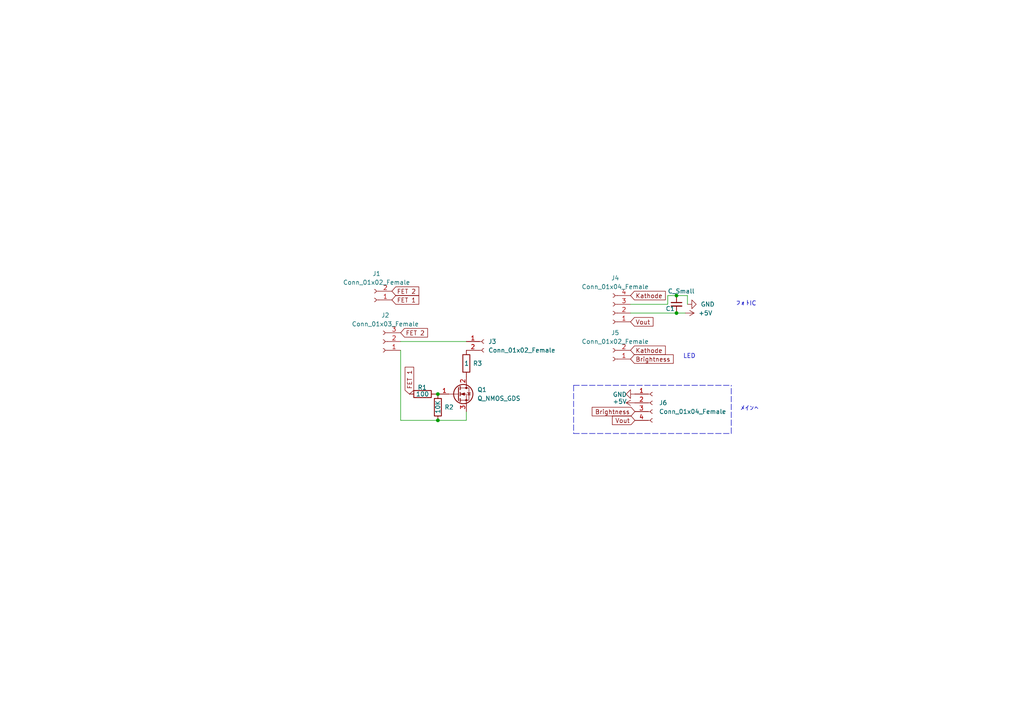
<source format=kicad_sch>
(kicad_sch (version 20211123) (generator eeschema)
  (paper "A4")
  (lib_symbols
    (symbol "Connector:Conn_01x02_Female" (pin_names (offset 1.016) hide)
      (property "Reference" "J" (at 0 2.54 0))
      (property "Value" "Conn_01x02_Female" (at 0 -5.08 0))
      (symbol "Conn_01x02_Female_1_1"
        (arc (start 0 -2.032) (mid -0.508 -2.54) (end 0 -3.048) (stroke (width 0.1524)))
        (polyline (pts (xy -1.27 -2.54) (xy -0.508 -2.54)) (stroke (width 0.1524)))
        (polyline (pts (xy -1.27 0) (xy -0.508 0)) (stroke (width 0.1524)))
        (arc (start 0 0.508) (mid -0.508 0) (end 0 -0.508) (stroke (width 0.1524)))
        (pin passive line (at -5.08 0 0) (length 3.81) (name "Pin_1") (number "1"))
        (pin passive line (at -5.08 -2.54 0) (length 3.81) (name "Pin_2") (number "2"))
      )
    )
    (symbol "Connector:Conn_01x03_Female" (pin_names (offset 1.016) hide)
      (property "Reference" "J" (at 0 5.08 0))
      (property "Value" "Conn_01x03_Female" (at 0 -5.08 0))
      (symbol "Conn_01x03_Female_1_1"
        (arc (start 0 -2.032) (mid -0.508 -2.54) (end 0 -3.048) (stroke (width 0.1524)))
        (polyline (pts (xy -1.27 -2.54) (xy -0.508 -2.54)) (stroke (width 0.1524)))
        (polyline (pts (xy -1.27 0) (xy -0.508 0)) (stroke (width 0.1524)))
        (polyline (pts (xy -1.27 2.54) (xy -0.508 2.54)) (stroke (width 0.1524)))
        (arc (start 0 0.508) (mid -0.508 0) (end 0 -0.508) (stroke (width 0.1524)))
        (arc (start 0 3.048) (mid -0.508 2.54) (end 0 2.032) (stroke (width 0.1524)))
        (pin passive line (at -5.08 2.54 0) (length 3.81) (name "Pin_1") (number "1"))
        (pin passive line (at -5.08 0 0) (length 3.81) (name "Pin_2") (number "2"))
        (pin passive line (at -5.08 -2.54 0) (length 3.81) (name "Pin_3") (number "3"))
      )
    )
    (symbol "Connector:Conn_01x04_Female" (pin_names (offset 1.016) hide)
      (property "Reference" "J" (at 0 5.08 0))
      (property "Value" "Conn_01x04_Female" (at 0 -7.62 0))
      (symbol "Conn_01x04_Female_1_1"
        (arc (start 0 -4.572) (mid -0.508 -5.08) (end 0 -5.588) (stroke (width 0.1524)))
        (arc (start 0 -2.032) (mid -0.508 -2.54) (end 0 -3.048) (stroke (width 0.1524)))
        (polyline (pts (xy -1.27 -5.08) (xy -0.508 -5.08)) (stroke (width 0.1524)))
        (polyline (pts (xy -1.27 -2.54) (xy -0.508 -2.54)) (stroke (width 0.1524)))
        (polyline (pts (xy -1.27 0) (xy -0.508 0)) (stroke (width 0.1524)))
        (polyline (pts (xy -1.27 2.54) (xy -0.508 2.54)) (stroke (width 0.1524)))
        (arc (start 0 0.508) (mid -0.508 0) (end 0 -0.508) (stroke (width 0.1524)))
        (arc (start 0 3.048) (mid -0.508 2.54) (end 0 2.032) (stroke (width 0.1524)))
        (pin passive line (at -5.08 2.54 0) (length 3.81) (name "Pin_1") (number "1"))
        (pin passive line (at -5.08 0 0) (length 3.81) (name "Pin_2") (number "2"))
        (pin passive line (at -5.08 -2.54 0) (length 3.81) (name "Pin_3") (number "3"))
        (pin passive line (at -5.08 -5.08 0) (length 3.81) (name "Pin_4") (number "4"))
      )
    )
    (symbol "Device:C_Small" (pin_numbers hide) (pin_names (offset 0.254) hide)
      (property "Reference" "C" (at 0.254 1.778 0))
      (property "Value" "C_Small" (at 0.254 -2.032 0))
      (symbol "C_Small_0_1"
        (polyline (pts (xy -1.524 -0.508) (xy 1.524 -0.508)) (stroke (width 0.3302)))
        (polyline (pts (xy -1.524 0.508) (xy 1.524 0.508)) (stroke (width 0.3048)))
      )
      (symbol "C_Small_1_1"
        (pin passive line (at 0 2.54 270) (length 2.032) (name "~") (number "1"))
        (pin passive line (at 0 -2.54 90) (length 2.032) (name "~") (number "2"))
      )
    )
    (symbol "Device:Q_NMOS_GDS" (pin_names (offset 0) hide)
      (property "Reference" "Q" (at 5.08 1.27 0))
      (property "Value" "Q_NMOS_GDS" (at 5.08 -1.27 0))
      (symbol "Q_NMOS_GDS_0_1"
        (polyline (pts (xy 0.254 0) (xy -2.54 0)))
        (polyline (pts (xy 0.254 1.905) (xy 0.254 -1.905)) (stroke (width 0.254)))
        (polyline (pts (xy 0.762 -1.27) (xy 0.762 -2.286)) (stroke (width 0.254)))
        (polyline (pts (xy 0.762 0.508) (xy 0.762 -0.508)) (stroke (width 0.254)))
        (polyline (pts (xy 0.762 2.286) (xy 0.762 1.27)) (stroke (width 0.254)))
        (polyline (pts (xy 2.54 2.54) (xy 2.54 1.778)))
        (polyline (pts (xy 2.54 -2.54) (xy 2.54 0) (xy 0.762 0)))
        (polyline (pts (xy 0.762 -1.778) (xy 3.302 -1.778) (xy 3.302 1.778) (xy 0.762 1.778)))
        (polyline (pts (xy 1.016 0) (xy 2.032 0.381) (xy 2.032 -0.381) (xy 1.016 0)) (fill (type outline)))
        (polyline (pts (xy 2.794 0.508) (xy 2.921 0.381) (xy 3.683 0.381) (xy 3.81 0.254)))
        (polyline (pts (xy 3.302 0.381) (xy 2.921 -0.254) (xy 3.683 -0.254) (xy 3.302 0.381)))
        (circle (center 1.651 0) (radius 2.794) (stroke (width 0.254)))
        (circle (center 2.54 -1.778) (radius 0.254) (fill (type outline)))
        (circle (center 2.54 1.778) (radius 0.254) (fill (type outline)))
      )
      (symbol "Q_NMOS_GDS_1_1"
        (pin input line (at -5.08 0 0) (length 2.54) (name "G") (number "1"))
        (pin passive line (at 2.54 5.08 270) (length 2.54) (name "D") (number "2"))
        (pin passive line (at 2.54 -5.08 90) (length 2.54) (name "S") (number "3"))
      )
    )
    (symbol "Device:R" (pin_numbers hide) (pin_names (offset 0))
      (property "Reference" "R" (at 2.032 0 90))
      (property "Value" "R" (at 0 0 90))
      (symbol "R_0_1"
        (rectangle (start -1.016 -2.54) (end 1.016 2.54) (stroke (width 0.254)))
      )
      (symbol "R_1_1"
        (pin passive line (at 0 3.81 270) (length 1.27) (name "~") (number "1"))
        (pin passive line (at 0 -3.81 90) (length 1.27) (name "~") (number "2"))
      )
    )
    (symbol "power:+5V" (power) (pin_names (offset 0))
      (property "Value" "+5V" (at 0 3.556 0))
      (symbol "+5V_0_1"
        (polyline (pts (xy -0.762 1.27) (xy 0 2.54)))
        (polyline (pts (xy 0 0) (xy 0 2.54)))
        (polyline (pts (xy 0 2.54) (xy 0.762 1.27)))
      )
      (symbol "+5V_1_1"
        (pin power_in line (at 0 0 90) (length 0) hide (name "+5V") (number "1"))
      )
    )
    (symbol "power:GND" (power) (pin_names (offset 0))
      (property "Value" "GND" (at 0 -3.81 0))
      (symbol "GND_0_1"
        (polyline (pts (xy 0 0) (xy 0 -1.27) (xy 1.27 -1.27) (xy 0 -2.54) (xy -1.27 -1.27) (xy 0 -1.27)))
      )
      (symbol "GND_1_1"
        (pin power_in line (at 0 0 270) (length 0) hide (name "GND") (number "1"))
      )
    )
  )
  (junction (at 127 114.3))
  (junction (at 196.215 85.725))
  (junction (at 127 121.92))
  (junction (at 196.215 90.805))
  (polyline (pts (xy 166.37 111.76) (xy 212.09 111.76)))
  (wire (pts (xy 135.255 121.92) (xy 135.255 119.38)))
  (wire (pts (xy 116.205 99.06) (xy 135.255 99.06)))
  (polyline (pts (xy 166.37 111.76) (xy 166.37 125.73)))
  (polyline (pts (xy 212.09 125.73) (xy 212.09 111.76)))
  (wire (pts (xy 199.39 88.265) (xy 199.39 85.725)))
  (wire (pts (xy 127 114.3) (xy 127.635 114.3)))
  (wire (pts (xy 196.215 85.725) (xy 193.675 85.725)))
  (wire (pts (xy 127 121.92) (xy 135.255 121.92)))
  (wire (pts (xy 193.675 88.265) (xy 182.88 88.265)))
  (wire (pts (xy 116.205 101.6) (xy 116.205 121.92)))
  (wire (pts (xy 193.675 85.725) (xy 193.675 88.265)))
  (polyline (pts (xy 166.37 125.73) (xy 212.09 125.73)))
  (wire (pts (xy 196.215 85.725) (xy 199.39 85.725)))
  (wire (pts (xy 126.365 114.3) (xy 127 114.3)))
  (wire (pts (xy 196.215 90.805) (xy 182.88 90.805)))
  (wire (pts (xy 198.755 90.805) (xy 196.215 90.805)))
  (wire (pts (xy 116.205 121.92) (xy 127 121.92)))
  (text "LED" (at 198.12 104.14 0) (effects (font (size 1.27 1.27)) (justify left bottom)))
  (text "メインへ\n" (at 214.63 119.38 0) (effects (font (size 1.27 1.27)) (justify left bottom)))
  (text "フォトIC" (at 213.36 88.9 0) (effects (font (size 1.27 1.27)) (justify left bottom)))
  (global_label "Kathode" (shape input) (at 182.88 101.6 0) (property "Intersheet References" "${INTERSHEET_REFS}" (effects hide)))
  (global_label "FET 2" (shape input) (at 116.205 96.52 0) (property "Intersheet References" "${INTERSHEET_REFS}" (effects hide)))
  (global_label "FET 1" (shape input) (at 118.745 114.3 90) (property "Intersheet References" "${INTERSHEET_REFS}" (effects hide)))
  (global_label "Vout" (shape input) (at 182.88 93.345 0) (property "Intersheet References" "${INTERSHEET_REFS}" (effects hide)))
  (global_label "Kathode" (shape input) (at 182.88 85.725 0) (property "Intersheet References" "${INTERSHEET_REFS}" (effects hide)))
  (global_label "Vout" (shape input) (at 184.15 121.92 180) (property "Intersheet References" "${INTERSHEET_REFS}" (effects hide)))
  (global_label "Brightness" (shape input) (at 182.88 104.14 0) (property "Intersheet References" "${INTERSHEET_REFS}" (effects hide)))
  (global_label "FET 1" (shape input) (at 113.665 86.995 0) (property "Intersheet References" "${INTERSHEET_REFS}" (effects hide)))
  (global_label "FET 2" (shape input) (at 113.665 84.455 0) (property "Intersheet References" "${INTERSHEET_REFS}" (effects hide)))
  (global_label "Brightness" (shape input) (at 184.15 119.38 180) (property "Intersheet References" "${INTERSHEET_REFS}" (effects hide)))
  (symbol (lib_id "Device:C_Small") (at 196.215 88.265 0) (unit 1)
    (property "Reference" "C1" (at 193.04 89.535 0) (effects (justify left)))
    (property "Value" "C_Small" (at 193.675 84.455 0) (effects (justify left)))
    (property "Footprint" "Capacitor_SMD:C_0402_1005Metric" (effects hide))
  )
  (symbol (lib_id "Device:R") (at 122.555 114.3 90) (unit 1)
    (property "Reference" "R1" (at 123.825 112.395 90) (effects (justify left)))
    (property "Value" "100" (at 124.46 114.3 90) (effects (justify left)))
    (property "Footprint" "Resistor_THT:R_Axial_DIN0204_L3.6mm_D1.6mm_P5.08mm_Horizontal" (effects hide))
  )
  (symbol (lib_id "power:+5V") (at 184.15 116.84 90) (unit 1)
    (property "Reference" "#PWR02" (effects hide))
    (property "Value" "+5V" (at 179.7558 116.459 90))
  )
  (symbol (lib_id "Connector:Conn_01x03_Female") (at 111.125 99.06 180) (unit 1)
    (property "Reference" "J2" (at 111.76 91.44 0))
    (property "Value" "Conn_01x03_Female" (at 111.76 93.98 0))
    (property "Footprint" "Connector_JST:JST_XH_B3B-XH-A_1x03_P2.50mm_Vertical" (effects hide))
  )
  (symbol (lib_id "Connector:Conn_01x02_Female") (at 108.585 86.995 180) (unit 1)
    (property "Reference" "J1" (at 109.22 79.375 0))
    (property "Value" "Conn_01x02_Female" (at 109.22 81.915 0))
    (property "Footprint" "Connector_JST:JST_XH_B2B-XH-A_1x02_P2.50mm_Vertical" (effects hide))
  )
  (symbol (lib_id "Connector:Conn_01x02_Female") (at 140.335 99.06 0) (unit 1)
    (property "Reference" "J3" (at 141.605 99.0599 0) (effects (justify left)))
    (property "Value" "Conn_01x02_Female" (at 141.605 101.5999 0) (effects (justify left)))
    (property "Footprint" "Connector_JST:JST_XH_B2B-XH-A_1x02_P2.50mm_Vertical" (effects hide))
  )
  (symbol (lib_id "Device:R") (at 135.255 105.41 0) (unit 1)
    (property "Reference" "R3" (at 137.16 105.41 0) (effects (justify left)))
    (property "Value" "1" (at 134.62 105.41 0) (effects (justify left)))
    (property "Footprint" "Lib:5W 1Ω sement" (effects hide))
  )
  (symbol (lib_id "power:GND") (at 199.39 88.265 90) (unit 1)
    (property "Reference" "#PWR04" (effects hide))
    (property "Value" "GND" (at 203.2 88.2649 90) (effects (justify right)))
  )
  (symbol (lib_id "Connector:Conn_01x04_Female") (at 189.23 116.84 0) (unit 1)
    (property "Reference" "J6" (at 191.135 116.8399 0) (effects (justify left)))
    (property "Value" "Conn_01x04_Female" (at 191.135 119.3799 0) (effects (justify left)))
    (property "Footprint" "Connector_JST:JST_XH_B4B-XH-A_1x04_P2.50mm_Vertical" (effects hide))
  )
  (symbol (lib_id "Connector:Conn_01x02_Female") (at 177.8 104.14 180) (unit 1)
    (property "Reference" "J5" (at 178.435 96.52 0))
    (property "Value" "Conn_01x02_Female" (at 178.435 99.06 0))
    (property "Footprint" "Connector_JST:JST_XH_B2B-XH-A_1x02_P2.50mm_Vertical" (effects hide))
  )
  (symbol (lib_id "Device:Q_NMOS_GDS") (at 132.715 114.3 0) (unit 1)
    (property "Reference" "Q1" (at 138.43 113.0299 0) (effects (justify left)))
    (property "Value" "Q_NMOS_GDS" (at 138.43 115.5699 0) (effects (justify left)))
    (property "Footprint" "Lib:FS70SMJ" (effects hide))
  )
  (symbol (lib_id "Device:R") (at 127 118.11 0) (unit 1)
    (property "Reference" "R2" (at 128.905 118.11 0) (effects (justify left)))
    (property "Value" "10K" (at 127 120.015 90) (effects (justify left)))
    (property "Footprint" "Resistor_THT:R_Axial_DIN0204_L3.6mm_D1.6mm_P5.08mm_Horizontal" (effects hide))
  )
  (symbol (lib_id "power:GND") (at 184.15 114.3 270) (unit 1)
    (property "Reference" "#PWR01" (effects hide))
    (property "Value" "GND" (at 179.7558 114.427 90))
  )
  (symbol (lib_id "Connector:Conn_01x04_Female") (at 177.8 90.805 180) (unit 1)
    (property "Reference" "J4" (at 178.435 80.645 0))
    (property "Value" "Conn_01x04_Female" (at 178.435 83.185 0))
    (property "Footprint" "Connector_JST:JST_XH_B4B-XH-A_1x04_P2.50mm_Vertical" (effects hide))
  )
  (symbol (lib_id "power:+5V") (at 198.755 90.805 270) (unit 1)
    (property "Reference" "#PWR03" (effects hide))
    (property "Value" "+5V" (at 202.565 90.8049 90) (effects (justify left)))
  )
)
</source>
